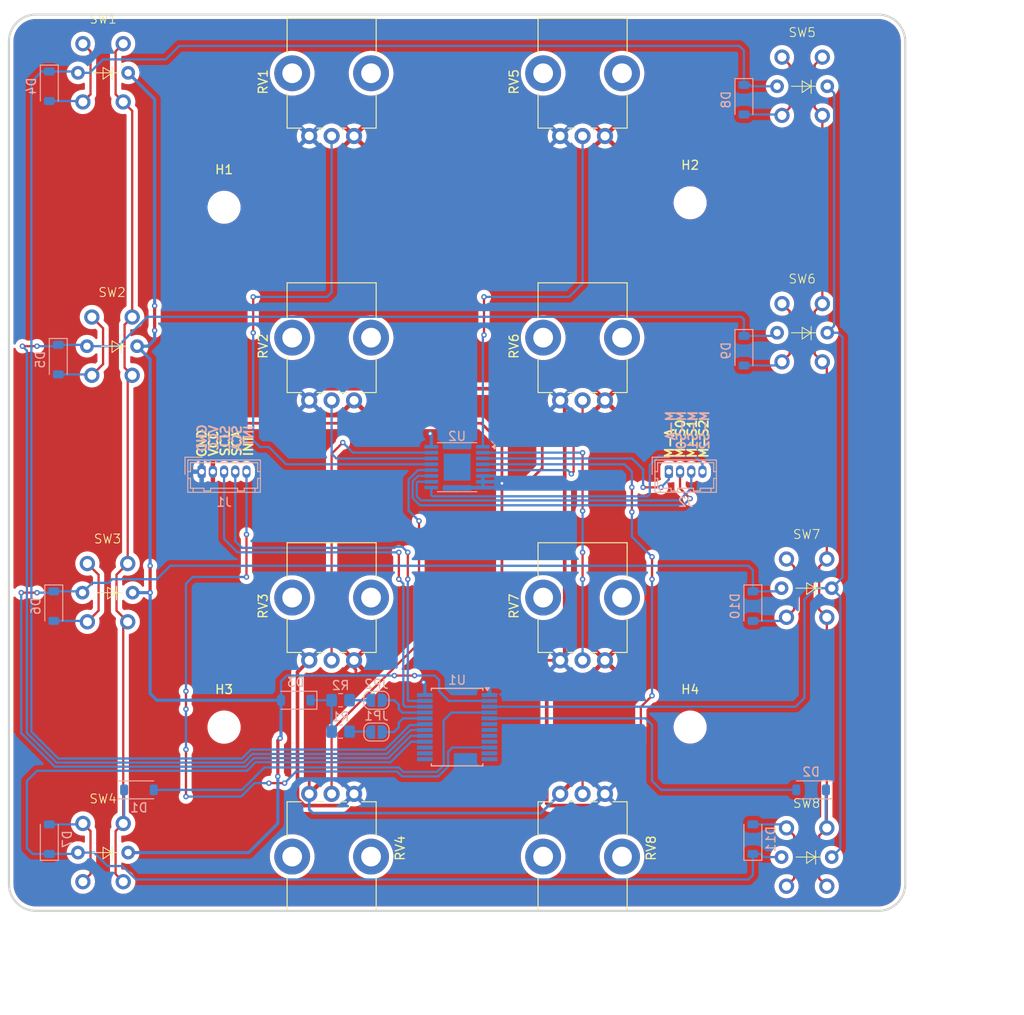
<source format=kicad_pcb>
(kicad_pcb (version 20240108) (generator "pcbnew") (generator_version "8.0")
  (layers (0 "F.Cu" signal) (31 "B.Cu" signal) (34 "B.Paste" user) (35 "F.Paste" user) (36 "B.SilkS" user "B.Silkscreen") (37 "F.SilkS" user "F.Silkscreen") (38 "B.Mask" user) (39 "F.Mask" user) (44 "Edge.Cuts" user))
  (net 0 "")
  (net 1 "/KS-1")
  (net 2 "/COM-2")
  (net 3 "/KS-2")
  (net 4 "/COM-3")
  (net 5 "/COM-0")
  (net 6 "Net-(D3-K)")
  (net 7 "Net-(D4-A)")
  (net 8 "/R2")
  (net 9 "/R3")
  (net 10 "Net-(D5-A)")
  (net 11 "/R4")
  (net 12 "Net-(D6-A)")
  (net 13 "/R5")
  (net 14 "Net-(D7-A)")
  (net 15 "Net-(D8-A)")
  (net 16 "Net-(D9-A)")
  (net 17 "Net-(D10-A)")
  (net 18 "Net-(D11-A)")
  (net 19 "/SCL")
  (net 20 "/SCA")
  (net 21 "/INT")
  (net 22 "VCC")
  (net 23 "GND")
  (net 24 "/MP-S2")
  (net 25 "/MP-S1")
  (net 26 "/MP-A")
  (net 27 "/MP-S0")
  (net 28 "Net-(JP1-B)")
  (net 29 "/R1")
  (net 30 "/R0")
  (net 31 "Net-(JP2-B)")
  (net 32 "/POT1")
  (net 33 "/POT2")
  (net 34 "/POT3")
  (net 35 "/POT4")
  (net 36 "/POT5")
  (net 37 "/POT6")
  (net 38 "/POT7")
  (net 39 "/POT8")
  (net 40 "/COM-1")
  (footprint "led-sw:led switch" (layer "F.Cu") (at 46.5 129)
    (property "Reference" "SW4")
    (property "Value" "FX-SW4")
  )
  (footprint "led-sw:Potentiometer_Bourns_PTV09A-1_Single_Vertical" (layer "F.Cu") (at 102.5 49.05 90)
    (property "Reference" "RV5")
    (property "Value" "R_Pot")
  )
  (footprint "led-sw:led switch" (layer "F.Cu") (at 46.5 42)
    (property "Reference" "SW1")
    (property "Value" "FX-SW1")
  )
  (footprint "led-sw:led switch" (layer "F.Cu") (at 47 100)
    (property "Reference" "SW3")
    (property "Value" "FX-SW3")
  )
  (footprint "MountingHole:MountingHole_3.2mm_M3" (layer "F.Cu") (at 60 57)
    (property "Reference" "H1")
    (property "Value" "MountingHole_M3")
  )
  (footprint "led-sw:Potentiometer_Bourns_PTV09A-1_Single_Vertical" (layer "F.Cu") (at 74.5 78.55 90)
    (property "Reference" "RV2")
    (property "Value" "R_Pot")
  )
  (footprint "led-sw:Potentiometer_Bourns_PTV09A-1_Single_Vertical" (layer "F.Cu") (at 102.5 78.55 90)
    (property "Reference" "RV6")
    (property "Value" "R_Pot")
  )
  (footprint "led-sw:led switch" (layer "F.Cu") (at 47.5 72.5)
    (property "Reference" "SW2")
    (property "Value" "FX-SW2")
  )
  (footprint "MountingHole:MountingHole_3.2mm_M3" (layer "F.Cu") (at 112 56.5)
    (property "Reference" "H2")
    (property "Value" "MountingHole_M3")
  )
  (footprint "led-sw:Potentiometer_Bourns_PTV09A-1_Single_Vertical" (layer "F.Cu") (at 102.5 107.55 90)
    (property "Reference" "RV7")
    (property "Value" "R_Pot")
  )
  (footprint "MountingHole:MountingHole_3.2mm_M3" (layer "F.Cu") (at 112 115)
    (property "Reference" "H4")
    (property "Value" "MountingHole_M3")
  )
  (footprint "led-sw:led switch" (layer "F.Cu") (at 125 99.5)
    (property "Reference" "SW7")
    (property "Value" "FX-SW7")
  )
  (footprint "led-sw:led switch" (layer "F.Cu") (at 124.5 43.5)
    (property "Reference" "SW5")
    (property "Value" "FX-SW5")
  )
  (footprint "led-sw:led switch" (layer "F.Cu") (at 124.5 71)
    (property "Reference" "SW6")
    (property "Value" "FX-SW6")
  )
  (footprint "led-sw:Potentiometer_Bourns_PTV09A-1_Single_Vertical" (layer "F.Cu") (at 97.5 122.45 -90)
    (property "Reference" "RV8")
    (property "Value" "R_Pot")
  )
  (footprint "led-sw:Potentiometer_Bourns_PTV09A-1_Single_Vertical" (layer "F.Cu") (at 69.5 122.45 -90)
    (property "Reference" "RV4")
    (property "Value" "R_Pot")
  )
  (footprint "led-sw:Potentiometer_Bourns_PTV09A-1_Single_Vertical" (layer "F.Cu") (at 74.5 49.05 90)
    (property "Reference" "RV1")
    (property "Value" "R_Pot")
  )
  (footprint "led-sw:Potentiometer_Bourns_PTV09A-1_Single_Vertical" (layer "F.Cu") (at 74.5 107.55 90)
    (property "Reference" "RV3")
    (property "Value" "R_Pot")
  )
  (footprint "MountingHole:MountingHole_3.2mm_M3" (layer "F.Cu") (at 60 115)
    (property "Reference" "H3")
    (property "Value" "MountingHole_M3")
  )
  (footprint "led-sw:led switch" (layer "F.Cu") (at 125 129.5)
    (property "Reference" "SW8")
    (property "Value" "FX-SW8")
  )
  (footprint "Diode_SMD:D_SOD-123" (layer "B.Cu") (at 41.5 74 -90)
    (property "Reference" "D5")
    (property "Value" "1N4148")
  )
  (footprint "Diode_SMD:D_SOD-123" (layer "B.Cu") (at 40.5 127.5 90)
    (property "Reference" "D7")
    (property "Value" "1N4148")
  )
  (footprint "Diode_SMD:D_SOD-123" (layer "B.Cu") (at 119 101.5 -90)
    (property "Reference" "D10")
    (property "Value" "1N4148")
  )
  (footprint "Connector_Hirose:Hirose_DF13-05P-1.25DSA_1x05_P1.25mm_Vertical" (layer "B.Cu") (at 57.5 86.5)
    (property "Reference" "J1")
    (property "Value" "Conn_I2c")
  )
  (footprint "Jumper:SolderJumper-2_P1.3mm_Open_RoundedPad1.0x1.5mm" (layer "B.Cu") (at 77 112 180)
    (property "Reference" "JP2")
    (property "Value" "A1")
  )
  (footprint "Resistor_SMD:R_0805_2012Metric_Pad1.20x1.40mm_HandSolder" (layer "B.Cu") (at 73 112 180)
    (property "Reference" "R2")
    (property "Value" "47K")
  )
  (footprint "Diode_SMD:D_SOD-123" (layer "B.Cu") (at 125.5 122 180)
    (property "Reference" "D2")
    (property "Value" "1N4148")
  )
  (footprint "Resistor_SMD:R_0805_2012Metric_Pad1.20x1.40mm_HandSolder" (layer "B.Cu") (at 73 115.5 180)
    (property "Reference" "R1")
    (property "Value" "47K")
  )
  (footprint "Diode_SMD:D_SOD-123" (layer "B.Cu") (at 68 112 180)
    (property "Reference" "D3")
    (property "Value" "1N4148")
  )
  (footprint "Connector_Hirose:Hirose_DF13-04P-1.25DSA_1x04_P1.25mm_Vertical" (layer "B.Cu") (at 109.625 86.5)
    (property "Reference" "J2")
    (property "Value" "Conn_MP")
  )
  (footprint "Jumper:SolderJumper-2_P1.3mm_Open_RoundedPad1.0x1.5mm" (layer "B.Cu") (at 77 115.55 180)
    (property "Reference" "JP1")
    (property "Value" "A0")
  )
  (footprint "Diode_SMD:D_SOD-123" (layer "B.Cu") (at 50.5 122)
    (property "Reference" "D1")
    (property "Value" "1N4148")
  )
  (footprint "Diode_SMD:D_SOD-123" (layer "B.Cu") (at 41 101.5 -90)
    (property "Reference" "D6")
    (property "Value" "1N4148")
  )
  (footprint "Diode_SMD:D_SOD-123" (layer "B.Cu") (at 40.5 43.5 -90)
    (property "Reference" "D4")
    (property "Value" "1N4148")
  )
  (footprint "Package_SO:SSOP-24_5.3x8.2mm_P0.65mm" (layer "B.Cu") (at 86 115 180)
    (property "Reference" "U1")
    (property "Value" "HT16K33 24SOP")
  )
  (footprint "Diode_SMD:D_SOD-123" (layer "B.Cu") (at 119 127.5 90)
    (property "Reference" "D11")
    (property "Value" "1N4148")
  )
  (footprint "Diode_SMD:D_SOD-123" (layer "B.Cu") (at 118 73 -90)
    (property "Reference" "D9")
    (property "Value" "1N4148")
  )
  (footprint "Package_SO:TSSOP-16-1EP_4.4x5mm_P0.65mm_EP3x3mm" (layer "B.Cu") (at 86 86 180)
    (property "Reference" "U2")
    (property "Value" "74HC4051")
  )
  (footprint "Diode_SMD:D_SOD-123" (layer "B.Cu") (at 118 45 -90)
    (property "Reference" "D8")
    (property "Value" "1N4148")
  )
  (gr_arc (start 36.000001 38.5) (mid 36.878681 36.37868) (end 39.000001 35.5) (stroke (width 0.25)) (layer "Edge.Cuts"))
  (gr_arc (start 39.000001 135.5) (mid 36.878681 134.62132) (end 36.000001 132.5) (stroke (width 0.25)) (layer "Edge.Cuts"))
  (gr_line (start 133.000001 35.5) (end 39.000001 35.5) (stroke (width 0.25)) (layer "Edge.Cuts"))
  (gr_line (start 39.000001 135.5) (end 133.000001 135.5) (stroke (width 0.25)) (layer "Edge.Cuts"))
  (gr_line (start 136.000001 132.5) (end 136.000001 38.5) (stroke (width 0.25)) (layer "Edge.Cuts"))
  (gr_arc (start 133.000001 35.5) (mid 135.121321 36.37868) (end 136.000001 38.5) (stroke (width 0.25)) (layer "Edge.Cuts"))
  (gr_line (start 36.000001 38.5) (end 36.000001 132.5) (stroke (width 0.25)) (layer "Edge.Cuts"))
  (gr_arc (start 136.000001 132.5) (mid 135.121321 134.62132) (end 133.000001 135.5) (stroke (width 0.25)) (layer "Edge.Cuts"))
  (gr_text "VCC" (at 59.428 81.2 90) (layer "B.SilkS") (effects (font (size 1 1) (thickness 0.2) (bold yes)) (justify left bottom mirror)))
  (gr_text "M-S2" (at 114.2 79.6 90) (layer "B.SilkS") (effects (font (size 1 1) (thickness 0.2) (bold yes)) (justify left bottom mirror)))
  (gr_text "M-S1" (at 112.9 79.6 90) (layer "B.SilkS") (effects (font (size 1 1) (thickness 0.2) (bold yes)) (justify left bottom mirror)))
  (gr_text "M-S0" (at 111.6 79.6 90) (layer "B.SilkS") (effects (font (size 1 1) (thickness 0.2) (bold yes)) (justify left bottom mirror)))
  (gr_text "SCL" (at 60.728 81.2 90) (layer "B.SilkS") (effects (font (size 1 1) (thickness 0.2) (bold yes)) (justify left bottom mirror)))
  (gr_text "SCA" (at 62.028 81.2 90) (layer "B.SilkS") (effects (font (size 1 1) (thickness 0.2) (bold yes)) (justify left bottom mirror)))
  (gr_text "INT" (at 63.328 81.2 90) (layer "B.SilkS") (effects (font (size 1 1) (thickness 0.2) (bold yes)) (justify left bottom mirror)))
  (gr_text "GND" (at 58.128 81.1 90) (layer "B.SilkS") (effects (font (size 1 1) (thickness 0.2) (bold yes)) (justify left bottom mirror)))
  (gr_text "M-A" (at 110.4 79.6 90) (layer "B.SilkS") (effects (font (size 1 1) (thickness 0.2) (bold yes)) (justify left bottom mirror)))
  (gr_text "INT" (at 63.3 84.9 90) (layer "F.SilkS") (effects (font (size 1 1) (thickness 0.2) (bold yes)) (justify left bottom)))
  (gr_text "VCC" (at 59.4 84.9 90) (layer "F.SilkS") (effects (font (size 1 1) (thickness 0.2) (bold yes)) (justify left bottom)))
  (gr_text "M-A" (at 110.3 85.1 90) (layer "F.SilkS") (effects (font (size 1 1) (thickness 0.2) (bold yes)) (justify left bottom)))
  (gr_text "M-S2" (at 114.1 85.1 90) (layer "F.SilkS") (effects (font (size 1 1) (thickness 0.2) (bold yes)) (justify left bottom)))
  (gr_text "SCA" (at 62 84.9 90) (layer "F.SilkS") (effects (font (size 1 1) (thickness 0.2) (bold yes)) (justify left bottom)))
  (gr_text "M-S1" (at 112.8 85.1 90) (layer "F.SilkS") (effects (font (size 1 1) (thickness 0.2) (bold yes)) (justify left bottom)))
  (gr_text "SCL" (at 60.7 84.9 90) (layer "F.SilkS") (effects (font (size 1 1) (thickness 0.2) (bold yes)) (justify left bottom)))
  (gr_text "M-S0" (at 111.5 85.1 90) (layer "F.SilkS") (effects (font (size 1 1) (thickness 0.2) (bold yes)) (justify left bottom)))
  (gr_text "GND" (at 58.1 85 90) (layer "F.SilkS") (effects (font (size 1 1) (thickness 0.2) (bold yes)) (justify left bottom)))
  (segment (start 48 98) (end 49.25 96.75) (width 0.254) (layer "F.Cu") (net 1))
  (segment (start 48.75 103.75) (end 49.25 103.25) (width 0.254) (layer "F.Cu") (net 1))
  (segment (start 47.9 44.4) (end 48.75 45.25) (width 0.254) (layer "F.Cu") (net 1))
  (segment (start 47.9 39.6) (end 47.9 44.4) (width 0.254) (layer "F.Cu") (net 1))
  (segment (start 48.9 74.9) (end 49.75 75.75) (width 0.254) (layer "F.Cu") (net 1))
  (segment (start 48.9 70.1) (end 48.9 74.9) (width 0.254) (layer "F.Cu") (net 1))
  (segment (start 49.75 69.25) (end 48.9 70.1) (width 0.254) (layer "F.Cu") (net 1))
  (segment (start 47.9 131.4) (end 47.9 126.6) (width 0.254) (layer "F.Cu") (net 1))
  (segment (start 49.75 69.25) (end 49.75 46.25) (width 0.254) (layer "F.Cu") (net 1))
  (segment (start 48.75 132.25) (end 47.9 131.4) (width 0.254) (layer "F.Cu") (net 1))
  (segment (start 48 102) (end 48 98) (width 0.254) (layer "F.Cu") (net 1))
  (segment (start 48.75 38.75) (end 47.9 39.6) (width 0.254) (layer "F.Cu") (net 1))
  (segment (start 47.9 126.6) (end 48.75 125.75) (width 0.254) (layer "F.Cu") (net 1))
  (segment (start 49.25 76.25) (end 49.75 75.75) (width 0.254) (layer "F.Cu") (net 1))
  (segment (start 49.75 46.25) (end 48.75 45.25) (width 0.254) (layer "F.Cu") (net 1))
  (segment (start 49.25 103.25) (end 48 102) (width 0.254) (layer "F.Cu") (net 1))
  (segment (start 49.25 96.75) (end 49.25 76.25) (width 0.254) (layer "F.Cu") (net 1))
  (segment (start 48.75 125.75) (end 48.75 103.75) (width 0.254) (layer "F.Cu") (net 1))
  (segment (start 48.85 122) (end 48.85 125.65) (width 0.254) (layer "B.Cu") (net 1))
  (segment (start 48.85 125.65) (end 48.75 125.75) (width 0.254) (layer "B.Cu") (net 1))
  (segment (start 79.5 119.5) (end 80 120) (width 0.254) (layer "B.Cu") (net 2))
  (segment (start 62 122) (end 64.5 119.5) (width 0.254) (layer "B.Cu") (net 2))
  (segment (start 85.375 113.375) (end 89.6 113.375) (width 0.254) (layer "B.Cu") (net 2))
  (segment (start 84.5 114.25) (end 85.375 113.375) (width 0.254) (layer "B.Cu") (net 2))
  (segment (start 64.5 119.5) (end 79.5 119.5) (width 0.254) (layer "B.Cu") (net 2))
  (segment (start 84.5 119.25) (end 84.5 114.25) (width 0.254) (layer "B.Cu") (net 2))
  (segment (start 52.15 122) (end 62 122) (width 0.254) (layer "B.Cu") (net 2))
  (segment (start 80 120) (end 83.75 120) (width 0.254) (layer "B.Cu") (net 2))
  (segment (start 83.75 120) (end 84.5 119.25) (width 0.254) (layer "B.Cu") (net 2))
  (segment (start 127.25 96.25) (end 127.25 74.75) (width 0.254) (layer "F.Cu") (net 3))
  (segment (start 126.4 97.1) (end 126.4 101.9) (width 0.254) (layer "F.Cu") (net 3))
  (segment (start 126.75 46.75) (end 125.9 45.9) (width 0.254) (layer "F.Cu") (net 3))
  (segment (start 126.4 127.1) (end 126.4 131.9) (width 0.254) (layer "F.Cu") (net 3))
  (segment (start 126.4 131.9) (end 127.25 132.75) (width 0.254) (layer "F.Cu") (net 3))
  (segment (start 127.25 96.25) (end 126.4 97.1) (width 0.254) (layer "F.Cu") (net 3))
  (segment (start 127.25 126.25) (end 127.25 102.75) (width 0.254) (layer "F.Cu") (net 3))
  (segment (start 125.9 68.6) (end 125.9 73.4) (width 0.254) (layer "F.Cu") (net 3))
  (segment (start 125.9 41.1) (end 126.75 40.25) (width 0.254) (layer "F.Cu") (net 3))
  (segment (start 126.75 67.75) (end 126.75 46.75) (width 0.254) (layer "F.Cu") (net 3))
  (segment (start 127.25 126.25) (end 126.4 127.1) (width 0.254) (layer "F.Cu") (net 3))
  (segment (start 127.25 74.75) (end 126.75 74.25) (width 0.254) (layer "F.Cu") (net 3))
  (segment (start 126.4 101.9) (end 127.25 102.75) (width 0.254) (layer "F.Cu") (net 3))
  (segment (start 125.9 73.4) (end 126.75 74.25) (width 0.254) (layer "F.Cu") (net 3))
  (segment (start 125.9 45.9) (end 125.9 41.1) (width 0.254) (layer "F.Cu") (net 3))
  (segment (start 126.75 67.75) (end 125.9 68.6) (width 0.254) (layer "F.Cu") (net 3))
  (segment (start 127.15 122) (end 127.15 126.15) (width 0.3048) (layer "B.Cu") (net 3))
  (segment (start 127.15 126.15) (end 127.25 126.25) (width 0.3048) (layer "B.Cu") (net 3))
  (segment (start 107.025 114.025) (end 107.75 114.75) (width 0.254) (layer "B.Cu") (net 4))
  (segment (start 107.75 121) (end 108.75 122) (width 0.254) (layer "B.Cu") (net 4))
  (segment (start 107.75 114.75) (end 107.75 121) (width 0.254) (layer "B.Cu") (net 4))
  (segment (start 108.75 122) (end 123.85 122) (width 0.254) (layer "B.Cu") (net 4))
  (segment (start 89.6 114.025) (end 107.025 114.025) (width 0.254) (layer "B.Cu") (net 4))
  (segment (start 66 116.5) (end 66.25 116.25) (width 0.3556) (layer "F.Cu") (net 5))
  (segment (start 52.25 68) (end 52.25 70.75) (width 0.3556) (layer "F.Cu") (net 5))
  (segment (start 51.75 97) (end 51.75 100) (width 0.3556) (layer "F.Cu") (net 5))
  (segment (start 81.25 109.25) (end 79 109.25) (width 0.254) (layer "F.Cu") (net 5))
  (segment (start 66 120.5) (end 66 116.5) (width 0.3556) (layer "F.Cu") (net 5))
  (via (at 51.75 100) (size 0.6) (drill 0.3) (layers "F.Cu" "B.Cu") (net 5))
  (via (at 52.25 68) (size 0.6) (drill 0.3) (layers "F.Cu" "B.Cu") (net 5))
  (via (at 51.75 97) (size 0.6) (drill 0.3) (layers "F.Cu" "B.Cu") (net 5))
  (via (at 66 120.5) (size 0.6) (drill 0.3) (layers "F.Cu" "B.Cu") (net 5))
  (via (at 81.25 109.25) (size 0.6) (drill 0.3) (layers "F.Cu" "B.Cu") (net 5))
  (via (at 66.25 116.25) (size 0.6) (drill 0.3) (layers "F.Cu" "B.Cu") (net 5))
  (via (at 52.25 70.75) (size 0.6) (drill 0.3) (layers "F.Cu" "B.Cu") (net 5))
  (via (at 79 109.25) (size 0.6) (drill 0.3) (layers "F.Cu" "B.Cu") (net 5))
  (segment (start 89.6 112.075) (end 85.075 112.075) (width 0.254) (layer "B.Cu") (net 5))
  (segment (start 52.25 44.95) (end 52.25 68) (width 0.3556) (layer "B.Cu") (net 5))
  (segment (start 85.075 112.075) (end 84.25 111.25) (width 0.254) (layer "B.Cu") (net 5))
  (segment (start 51.75 100) (end 49.8 100) (width 0.3556) (layer "B.Cu") (net 5))
  (segment (start 67 109.25) (end 66.35 109.9) (width 0.254) (layer "B.Cu") (net 5))
  (segment (start 52.25 71.75) (end 51.5 72.5) (width 0.3556) (layer "B.Cu") (net 5))
  (segment (start 79 109.25) (end 67 109.25) (width 0.254) (layer "B.Cu") (net 5))
  (segment (start 49.3 129) (end 62.75 129) (width 0.3556) (layer "B.Cu") (net 5))
  (segment (start 66.35 116.15) (end 66.35 112) (width 0.3556) (layer "B.Cu") (net 5))
  (segment (start 66.25 116.25) (end 66.35 116.15) (width 0.3556) (layer "B.Cu") (net 5))
  (segment (start 62.75 129) (end 66 125.75) (width 0.3556) (layer "B.Cu") (net 5))
  (segment (start 50.3 72.5) (end 51.75 73.95) (width 0.3556) (layer "B.Cu") (net 5))
  (segment (start 51.75 111.25) (end 52.5 112) (width 0.3556) (layer "B.Cu") (net 5))
  (segment (start 52.25 70.75) (end 52.25 71.75) (width 0.3556) (layer "B.Cu") (net 5))
  (segment (start 51.75 73.95) (end 51.75 97) (width 0.3556) (layer "B.Cu") (net 5))
  (segment (start 66.35 109.9) (end 66.35 112) (width 0.254) (layer "B.Cu") (net 5))
  (segment (start 84 111) (end 84 109.75) (width 0.254) (layer "B.Cu") (net 5))
  (segment (start 66 125.75) (end 66 120.5) (width 0.3556) (layer "B.Cu") (net 5))
  (segment (start 51.5 72.5) (end 50.3 72.5) (width 0.3556) (layer "B.Cu") (net 5))
  (segment (start 66.35 112) (end 52.5 112) (width 0.3556) (layer "B.Cu") (net 5))
  (segment (start 51.75 100) (end 51.75 111.25) (width 0.3556) (layer "B.Cu") (net 5))
  (segment (start 84 109.75) (end 83.5 109.25) (width 0.254) (layer "B.Cu") (net 5))
  (segment (start 84.25 111.25) (end 84 111) (width 0.254) (layer "B.Cu") (net 5))
  (segment (start 83.5 109.25) (end 81.25 109.25) (width 0.254) (layer "B.Cu") (net 5))
  (segment (start 49.3 42) (end 52.25 44.95) (width 0.3556) (layer "B.Cu") (net 5))
  (segment (start 69.65 112) (end 72 112) (width 0.254) (layer "B.Cu") (net 6))
  (segment (start 72 112) (end 72 115.5) (width 0.254) (layer "B.Cu") (net 6))
  (segment (start 44.25 38.75) (end 45.1 39.6) (width 0.254) (layer "F.Cu") (net 7))
  (segment (start 45.1 44.4) (end 44.25 45.25) (width 0.254) (layer "F.Cu") (net 7))
  (segment (start 45.1 39.6) (end 45.1 44.4) (width 0.254) (layer "F.Cu") (net 7))
  (segment (start 44.15 45.15) (end 44.25 45.25) (width 0.254) (layer "B.Cu") (net 7))
  (segment (start 40.5 45.15) (end 44.15 45.15) (width 0.254) (layer "B.Cu") (net 7))
  (segment (start 39.65 41.85) (end 40.5 41.85) (width 0.254) (layer "B.Cu") (net 8))
  (segment (start 118 39.5) (end 118 43.35) (width 0.254) (layer "B.Cu") (net 8))
  (segment (start 62 118.5) (end 41.5 118.5) (width 0.254) (layer "B.Cu") (net 8))
  (segment (start 43.55 41.85) (end 43.7 42) (width 0.254) (layer "B.Cu") (net 8))
  (segment (start 118.65 43.35) (end 118.8 43.5) (width 0.254) (layer "B.Cu") (net 8))
  (segment (start 45 42) (end 46.5 40.5) (width 0.254) (layer "B.Cu") (net 8))
  (segment (start 46.5 40.5) (end 53.5 40.5) (width 0.254) (layer "B.Cu") (net 8))
  (segment (start 117.5 39) (end 118 39.5) (width 0.254) (layer "B.Cu") (net 8))
  (segment (start 38.5 43) (end 39.65 41.85) (width 0.254) (layer "B.Cu") (net 8))
  (segment (start 38.5 115.5) (end 38.5 43) (width 0.254) (layer "B.Cu") (net 8))
  (segment (start 78 117.5) (end 63 117.5) (width 0.254) (layer "B.Cu") (net 8))
  (segment (start 118.8 43.5) (end 121.7 43.5) (width 0.254) (layer "B.Cu") (net 8))
  (segment (start 118 43.35) (end 118.65 43.35) (width 0.254) (layer "B.Cu") (net 8))
  (segment (start 41.5 118.5) (end 38.5 115.5) (width 0.254) (layer "B.Cu") (net 8))
  (segment (start 63 117.5) (end 62 118.5) (width 0.254) (layer "B.Cu") (net 8))
  (segment (start 55 39) (end 117.5 39) (width 0.254) (layer "B.Cu") (net 8))
  (segment (start 82.3052 114.7698) (end 80.7302 114.7698) (width 0.254) (layer "B.Cu") (net 8))
  (segment (start 40.5 41.85) (end 43.55 41.85) (width 0.254) (layer "B.Cu") (net 8))
  (segment (start 43.7 42) (end 45 42) (width 0.254) (layer "B.Cu") (net 8))
  (segment (start 80.7302 114.7698) (end 78 117.5) (width 0.254) (layer "B.Cu") (net 8))
  (segment (start 53.5 40.5) (end 55 39) (width 0.254) (layer "B.Cu") (net 8))
  (segment (start 82.4 114.675) (end 82.3052 114.7698) (width 0.254) (layer "B.Cu") (net 8))
  (segment (start 37.5 72.5) (end 39.1302 72.5) (width 0.254) (layer "F.Cu") (net 9))
  (via (at 39.1302 72.5) (size 0.6) (drill 0.3) (layers "F.Cu" "B.Cu") (net 9))
  (via (at 37.5 72.5) (size 0.6) (drill 0.3) (layers "F.Cu" "B.Cu") (net 9))
  (segment (start 41.5 72.35) (end 44.55 72.35) (width 0.254) (layer "B.Cu") (net 9))
  (segment (start 38 114.5) (end 38 115.646578) (width 0.254) (layer "B.Cu") (net 9))
  (segment (start 38 115.646578) (end 41.310621 118.957199) (width 0.254) (layer "B.Cu") (net 9))
  (segment (start 41.310621 118.957199) (end 62.189379 118.957199) (width 0.254) (layer "B.Cu") (net 9))
  (segment (start 80.821578 115.325) (end 82.4 115.325) (width 0.254) (layer "B.Cu") (net 9))
  (segment (start 121.35 71.35) (end 121.7 71) (width 0.254) (layer "B.Cu") (net 9))
  (segment (start 39.1302 72.5) (end 41.35 72.5) (width 0.254) (layer "B.Cu") (net 9))
  (segment (start 117.7198 69.2198) (end 118 69.5) (width 0.254) (layer "B.Cu") (net 9))
  (segment (start 38 114.5) (end 38 73) (width 0.254) (layer "B.Cu") (net 9))
  (segment (start 78.146578 118) (end 80.821578 115.325) (width 0.254) (layer "B.Cu") (net 9))
  (segment (start 48.169055 72.5) (end 51.449255 69.2198) (width 0.254) (layer "B.Cu") (net 9))
  (segment (start 41.35 72.5) (end 41.5 72.35) (width 0.254) (layer "B.Cu") (net 9))
  (segment (start 44.7 72.5) (end 48.169055 72.5) (width 0.254) (layer "B.Cu") (net 9))
  (segment (start 44.55 72.35) (end 44.7 72.5) (width 0.254) (layer "B.Cu") (net 9))
  (segment (start 62.189379 118.957199) (end 63.146578 118) (width 0.254) (layer "B.Cu") (net 9))
  (segment (start 63.146578 118) (end 78.146578 118) (width 0.254) (layer "B.Cu") (net 9))
  (segment (start 118 69.5) (end 118 71.35) (width 0.254) (layer "B.Cu") (net 9))
  (segment (start 38 73) (end 37.5 72.5) (width 0.254) (layer "B.Cu") (net 9))
  (segment (start 51.449255 69.2198) (end 117.7198 69.2198) (width 0.254) (layer "B.Cu") (net 9))
  (segment (start 118 71.35) (end 121.35 71.35) (width 0.254) (layer "B.Cu") (net 9))
  (segment (start 45.25 75.75) (end 46.5 74.5) (width 0.254) (layer "F.Cu") (net 10))
  (segment (start 46.5 74.5) (end 46.5 70.5) (width 0.254) (layer "F.Cu") (net 10))
  (segment (start 46.5 70.5) (end 45.25 69.25) (width 0.254) (layer "F.Cu") (net 10))
  (segment (start 41.5 75.65) (end 45.15 75.65) (width 0.254) (layer "B.Cu") (net 10))
  (segment (start 45.15 75.65) (end 45.25 75.75) (width 0.254) (layer "B.Cu") (net 10))
  (segment (start 37.3698 100) (end 39.1302 100) (width 0.254) (layer "F.Cu") (net 11))
  (via (at 39.1302 100) (size 0.6) (drill 0.3) (layers "F.Cu" "B.Cu") (net 11))
  (via (at 37.3698 100) (size 0.6) (drill 0.3) (layers "F.Cu" "B.Cu") (net 11))
  (segment (start 52.5 98.5) (end 54 97) (width 0.254) (layer "B.Cu") (net 11))
  (segment (start 47.5 98.5) (end 52.5 98.5) (width 0.254) (layer "B.Cu") (net 11))
  (segment (start 118.5 97) (end 119 97.5) (width 0.254) (layer "B.Cu") (net 11))
  (segment (start 62.378757 119.414399) (end 61 119.414399) (width 0.254) (layer "B.Cu") (net 11))
  (segment (start 63.5 118.4572) (end 63.335956 118.4572) (width 0.254) (layer "B.Cu") (net 11))
  (segment (start 39.1302 100) (end 40.85 100) (width 0.254) (layer "B.Cu") (net 11))
  (segment (start 121.85 99.85) (end 122.2 99.5) (width 0.254) (layer "B.Cu") (net 11))
  (segment (start 65.5 118.4572) (end 63.5 118.4572) (width 0.254) (layer "B.Cu") (net 11))
  (segment (start 44.05 99.85) (end 44.2 100) (width 0.254) (layer "B.Cu") (net 11))
  (segment (start 119 99.85) (end 121.85 99.85) (width 0.254) (layer "B.Cu") (net 11))
  (segment (start 37.3698 115.662956) (end 37.3698 100) (width 0.254) (layer "B.Cu") (net 11))
  (segment (start 47.0922 98.9078) (end 47.5 98.5) (width 0.254) (layer "B.Cu") (net 11))
  (segment (start 44.2 100) (end 45.2922 98.9078) (width 0.254) (layer "B.Cu") (net 11))
  (segment (start 41 99.85) (end 44.05 99.85) (width 0.254) (layer "B.Cu") (net 11))
  (segment (start 82.4 115.975) (end 80.818156 115.975) (width 0.254) (layer "B.Cu") (net 11))
  (segment (start 45.2922 98.9078) (end 47.0922 98.9078) (width 0.254) (layer "B.Cu") (net 11))
  (segment (start 78.335956 118.4572) (end 65.5 118.4572) (width 0.254) (layer "B.Cu") (net 11))
  (segment (start 63.146578 118.646578) (end 62.378757 119.414399) (width 0.254) (layer "B.Cu") (net 11))
  (segment (start 54 97) (end 118.5 97) (width 0.254) (layer "B.Cu") (net 11))
  (segment (start 40.85 100) (end 41 99.85) (width 0.254) (layer "B.Cu") (net 11))
  (segment (start 61 119.414399) (end 41.121243 119.414399) (width 0.254) (layer "B.Cu") (net 11))
  (segment (start 41.121243 119.414399) (end 37.3698 115.662956) (width 0.254) (layer "B.Cu") (net 11))
  (segment (start 63.335956 118.4572) (end 63.146578 118.646578) (width 0.254) (layer "B.Cu") (net 11))
  (segment (start 80.818156 115.975) (end 79.146578 117.646578) (width 0.254) (layer "B.Cu") (net 11))
  (segment (start 119 97.5) (end 119 99.85) (width 0.254) (layer "B.Cu") (net 11))
  (segment (start 79.146578 117.646578) (end 78.335956 118.4572) (width 0.254) (layer "B.Cu") (net 11))
  (segment (start 46 102) (end 46 98) (width 0.254) (layer "F.Cu") (net 12))
  (segment (start 46 98) (end 44.75 96.75) (width 0.254) (layer "F.Cu") (net 12))
  (segment (start 44.75 103.25) (end 46 102) (width 0.254) (layer "F.Cu") (net 12))
  (segment (start 41 103.15) (end 44.65 103.15) (width 0.254) (layer "B.Cu") (net 12))
  (segment (start 44.65 103.15) (end 44.75 103.25) (width 0.254) (layer "B.Cu") (net 12))
  (segment (start 43.7 129) (end 45.5 129) (width 0.254) (layer "B.Cu") (net 13))
  (segment (start 48.669055 130.5) (end 50.169055 132) (width 0.254) (layer "B.Cu") (net 13))
  (segment (start 47 130.5) (end 48.669055 130.5) (width 0.254) (layer "B.Cu") (net 13))
  (segment (start 38 121) (end 38 128.5) (width 0.254) (layer "B.Cu") (net 13))
  (segment (start 119 131.5) (end 119 129.15) (width 0.254) (layer "B.Cu") (net 13))
  (segment (start 67.414399 118.914399) (end 63.525335 118.914399) (width 0.254) (layer "B.Cu") (net 13))
  (segment (start 80.875 116.625) (end 78.585601 118.914399) (width 0.254) (layer "B.Cu") (net 13))
  (segment (start 78.585601 118.914399) (end 78.525335 118.914399) (width 0.254) (layer "B.Cu") (net 13))
  (segment (start 119.85 129.15) (end 120.2 129.5) (width 0.254) (layer "B.Cu") (net 13))
  (segment (start 62.568135 119.871599) (end 39.128401 119.871599) (width 0.254) (layer "B.Cu") (net 13))
  (segment (start 120.2 129.5) (end 122.2 129.5) (width 0.254) (layer "B.Cu") (net 13))
  (segment (start 43.55 129.15) (end 43.7 129) (width 0.254) (layer "B.Cu") (net 13))
  (segment (start 63.525335 118.914399) (end 62.568135 119.871599) (width 0.254) (layer "B.Cu") (net 13))
  (segment (start 50.169055 132) (end 118.5 132) (width 0.254) (layer "B.Cu") (net 13))
  (segment (start 40.5 129.15) (end 43.55 129.15) (width 0.254) (layer "B.Cu") (net 13))
  (segment (start 82.4 116.625) (end 80.875 116.625) (width 0.254) (layer "B.Cu") (net 13))
  (segment (start 119 129.15) (end 119.85 129.15) (width 0.254) (layer "B.Cu") (net 13))
  (segment (start 38.65 129.15) (end 40.5 129.15) (width 0.254) (layer "B.Cu") (net 13))
  (segment (start 118.5 132) (end 119 131.5) (width 0.254) (layer "B.Cu") (net 13))
  (segment (start 45.5 129) (end 47 130.5) (width 0.254) (layer "B.Cu") (net 13))
  (segment (start 78.525334 118.9144) (end 67.414399 118.914399) (width 0.254) (layer "B.Cu") (net 13))
  (segment (start 38 128.5) (end 38.65 129.15) (width 0.254) (layer "B.Cu") (net 13))
  (segment (start 78.525335 118.914399) (end 78.525334 118.9144) (width 0.254) (layer "B.Cu") (net 13))
  (segment (start 39.128401 119.871599) (end 38 121) (width 0.254) (layer "B.Cu") (net 13))
  (segment (start 45.1 126.6) (end 45.1 131.4) (width 0.254) (layer "F.Cu") (net 14))
  (segment (start 44.25 125.75) (end 45.1 126.6) (width 0.254) (layer "F.Cu") (net 14))
  (segment (start 45.1 131.4) (end 44.25 132.25) (width 0.254) (layer "F.Cu") (net 14))
  (segment (start 40.5 125.85) (end 44.15 125.85) (width 0.254) (layer "B.Cu") (net 14))
  (segment (start 44.15 125.85) (end 44.25 125.75) (width 0.254) (layer "B.Cu") (net 14))
  (segment (start 122.25 46.75) (end 123.1 45.9) (width 0.254) (layer "F.Cu") (net 15))
  (segment (start 123.1 45.9) (end 123.1 41.1) (width 0.254) (layer "F.Cu") (net 15))
  (segment (start 123.1 41.1) (end 122.25 40.25) (width 0.254) (layer "F.Cu") (net 15))
  (segment (start 118 46.65) (end 122.15 46.65) (width 0.254) (layer "B.Cu") (net 15))
  (segment (start 122.15 46.65) (end 122.25 46.75) (width 0.254) (layer "B.Cu") (net 15))
  (segment (start 122.25 67.75) (end 123.1 68.6) (width 0.254) (layer "F.Cu") (net 16))
  (segment (start 123.1 68.6) (end 123.1 73.4) (width 0.254) (layer "F.Cu") (net 16))
  (segment (start 123.1 73.4) (end 122.25 74.25) (width 0.254) (layer "F.Cu") (net 16))
  (segment (start 118 74.65) (end 121.85 74.65) (width 0.254) (layer "B.Cu") (net 16))
  (segment (start 121.85 74.65) (end 122.25 74.25) (width 0.254) (layer "B.Cu") (net 16))
  (segment (start 123.6 97.1) (end 122.75 96.25) (width 0.254) (layer "F.Cu") (net 17))
  (segment (start 122.75 102.75) (end 123.6 101.9) (width 0.254) (layer "F.Cu") (net 17))
  (segment (start 123.6 101.9) (end 123.6 97.1) (width 0.254) (layer "F.Cu") (net 17))
  (segment (start 119 103.15) (end 122.35 103.15) (width 0.254) (layer "B.Cu") (net 17))
  (segment (start 122.35 103.15) (end 122.75 102.75) (width 0.254) (layer "B.Cu") (net 17))
  (segment (start 123.6 131.9) (end 123.6 127.1) (width 0.254) (layer "F.Cu") (net 18))
  (segment (start 123.6 127.1) (end 122.75 126.25) (width 0.254) (layer "F.Cu") (net 18))
  (segment (start 122.75 132.75) (end 123.6 131.9) (width 0.254) (layer "F.Cu") (net 18))
  (segment (start 119 125.85) (end 122.35 125.85) (width 0.254) (layer "B.Cu") (net 18))
  (segment (start 122.35 125.85) (end 122.75 126.25) (width 0.254) (layer "B.Cu") (net 18))
  (segment (start 79.5 98.5) (end 79.5 95.5) (width 0.254) (layer "F.Cu") (net 19))
  (via (at 79.5 95.5) (size 0.6) (drill 0.3) (layers "F.Cu" "B.Cu") (net 19))
  (via (at 79.5 98.5) (size 0.6) (drill 0.3) (layers "F.Cu" "B.Cu") (net 19))
  (segment (start 79.5 95.5) (end 61.5 95.5) (width 0.254) (layer "B.Cu") (net 19))
  (segment (start 61.5 95.5) (end 60 94) (width 0.254) (layer "B.Cu") (net 19))
  (segment (start 82.4 112.725) (end 80.225 112.725) (width 0.254) (layer "B.Cu") (net 19))
  (segment (start 80 99) (end 79.5 98.5) (width 0.254) (layer "B.Cu") (net 19))
  (segment (start 60 94) (end 60 86.5) (width 0.254) (layer "B.Cu") (net 19))
  (segment (start 80 112.5) (end 80 99) (width 0.254) (layer "B.Cu") (net 19))
  (segment (start 80.225 112.725) (end 80 112.5) (width 0.254) (layer "B.Cu") (net 19))
  (segment (start 80.5 98.5) (end 80.5 95.5) (width 0.254) (layer "F.Cu") (net 20))
  (via (at 80.5 95.5) (size 0.6) (drill 0.3) (layers "F.Cu" "B.Cu") (net 20))
  (via (at 80.5 98.5) (size 0.6) (drill 0.3) (layers "F.Cu" "B.Cu") (net 20))
  (segment (start 79 95) (end 62 95) (width 0.254) (layer "B.Cu") (net 20))
  (segment (start 61.25 94.25) (end 61.25 86.5) (width 0.254) (layer "B.Cu") (net 20))
  (segment (start 62 95) (end 61.25 94.25) (width 0.254) (layer "B.Cu") (net 20))
  (segment (start 80.5 95.5) (end 79.8698 94.8698) (width 0.254) (layer "B.Cu") (net 20))
  (segment (start 80.5 112) (end 80.5 98.5) (width 0.254) (layer "B.Cu") (net 20))
  (segment (start 79.8698 94.8698) (end 79.1302 94.8698) (width 0.254) (layer "B.Cu") (net 20))
  (segment (start 80.575 112.075) (end 80.5 112) (width 0.254) (layer "B.Cu") (net 20))
  (segment (start 79.1302 94.8698) (end 79 95) (width 0.254) (layer "B.Cu") (net 20))
  (segment (start 82.4 112.075) (end 80.575 112.075) (width 0.254) (layer "B.Cu") (net 20))
  (segment (start 55.75 122.75) (end 55.75 117.5) (width 0.254) (layer "F.Cu") (net 21))
  (segment (start 62.5 98.25) (end 62.5 93.5) (width 0.254) (layer "F.Cu") (net 21))
  (segment (start 66.75 121.25) (end 65 121.25) (width 0.254) (layer "F.Cu") (net 21))
  (segment (start 55.75 113) (end 55.75 111) (width 0.254) (layer "F.Cu") (net 21))
  (via (at 66.75 121.25) (size 0.6) (drill 0.3) (layers "F.Cu" "B.Cu") (net 21))
  (via (at 55.75 117.5) (size 0.6) (drill 0.3) (layers "F.Cu" "B.Cu") (net 21))
  (via (at 65 121.25) (size 0.6) (drill 0.3) (layers "F.Cu" "B.Cu") (net 21))
  (via (at 55.75 113) (size 0.6) (drill 0.3) (layers "F.Cu" "B.Cu") (net 21))
  (via (at 55.75 111) (size 0.6) (drill 0.3) (layers "F.Cu" "B.Cu") (net 21))
  (via (at 62.5 98.25) (size 0.6) (drill 0.3) (layers "F.Cu" "B.Cu") (net 21))
  (via (at 55.75 122.75) (size 0.6) (drill 0.3) (layers "F.Cu" "B.Cu") (net 21))
  (via (at 62.5 93.5) (size 0.6) (drill 0.3) (layers "F.Cu" "B.Cu") (net 21))
  (segment (start 63.396578 121.25) (end 63.073289 121.573289) (width 0.254) (layer "B.Cu") (net 21))
  (segment (start 83.896578 120.5) (end 81.25 120.5) (width 0.254) (layer "B.Cu") (net 21))
  (segment (start 79.310622 119.9572) (end 78.25 119.9572) (width 0.254) (layer "B.Cu") (net 21))
  (segment (start 68.0428 119.9572) (end 66.75 121.25) (width 0.254) (layer "B.Cu") (net 21))
  (segment (start 85 119.396578) (end 83.948289 120.448289) (width 0.254) (layer "B.Cu") (net 21))
  (segment (start 89.6 117.275) (end 85.475 117.275) (width 0.254) (layer "B.Cu") (net 21))
  (segment (start 55.75 99) (end 56.5 98.25) (width 0.254) (layer "B.Cu") (net 21))
  (segment (start 78.25 119.9572) (end 68.0428 119.9572) (width 0.254) (layer "B.Cu") (net 21))
  (segment (start 61.896578 122.75) (end 55.75 122.75) (width 0.254) (layer "B.Cu") (net 21))
  (segment (start 81.25 120.5) (end 79.853422 120.5) (width 0.254) (layer "B.Cu") (net 21))
  (segment (start 63.073289 121.573289) (end 61.896578 122.75) (width 0.254) (layer "B.Cu") (net 21))
  (segment (start 56.5 98.25) (end 62.5 98.25) (width 0.254) (layer "B.Cu") (net 21))
  (segment (start 62.5 93.5) (end 62.5 86.5) (width 0.254) (layer "B.Cu") (net 21))
  (segment (start 79.853422 120.5) (end 79.426711 120.073289) (width 0.254) (layer "B.Cu") (net 21))
  (segment (start 85 117.75) (end 85 119.396578) (width 0.254) (layer "B.Cu") (net 21))
  (segment (start 55.75 111) (end 55.75 99) (width 0.254) (layer "B.Cu") (net 21))
  (segment (start 85.475 117.275) (end 85 117.75) (width 0.254) (layer "B.Cu") (net 21))
  (segment (start 65 121.25) (end 63.396578 121.25) (width 0.254) (layer "B.Cu") (net 21))
  (segment (start 79.426711 120.073289) (end 79.310622 119.9572) (width 0.254) (layer "B.Cu") (net 21))
  (segment (start 83.948289 120.448289) (end 83.896578 120.5) (width 0.254) (layer "B.Cu") (net 21))
  (segment (start 55.75 117.5) (end 55.75 113) (width 0.254) (layer "B.Cu") (net 21))
  (segment (start 74.5 108.4) (end 74.5 107.55) (width 0.3048) (layer "F.Cu") (net 22))
  (segment (start 74.7 108.6) (end 74.5 108.4) (width 0.3048) (layer "F.Cu") (net 22))
  (segment (start 69.5 122.45) (end 69.5 114.2) (width 0.3048) (layer "F.Cu") (net 22))
  (segment (start 74.7 109) (end 74.7 108.6) (width 0.3048) (layer "F.Cu") (net 22))
  (segment (start 69.5 114.2) (end 74.7 109) (width 0.3048) (layer "F.Cu") (net 22))
  (via (at 82.25 110) (size 0.6) (drill 0.3) (layers "F.Cu" "B.Cu") (net 22))
  (via (at 83 82.25) (size 0.6) (drill 0.3) (layers "F.Cu" "B.Cu") (net 22))
  (segment (start 82.4 111.425) (end 82.4 110.15) (width 0.3556) (layer "B.Cu") (net 22))
  (segment (start 95.35 124.6) (end 69.9 124.6) (width 0.3048) (layer "B.Cu") (net 22))
  (segment (start 97.5 122.45) (end 95.35 124.6) (width 0.3048) (layer "B.Cu") (net 22))
  (segment (start 83.125 83.725) (end 83.125 82.375) (width 0.3556) (layer "B.Cu") (net 22))
  (segment (start 69.5 124.2) (end 69.5 122.45) (width 0.3048) (layer "B.Cu") (net 22))
  (segment (start 82.4 110.15) (end 82.25 110) (width 0.3556) (layer "B.Cu") (net 22))
  (segment (start 69.9 124.6) (end 69.5 124.2) (width 0.3048) (layer "B.Cu") (net 22))
  (segment (start 83.125 82.375) (end 83 82.25) (width 0.3556) (layer "B.Cu") (net 22))
  (segment (start 96.2564 123.7564) (end 96 123.5) (width 0.4064) (layer "F.Cu") (net 23))
  (segment (start 91 83.4) (end 88.7 81.1) (width 0.3048) (layer "F.Cu") (net 23))
  (segment (start 73.1936 123.7564) (end 68.958871 123.7564) (width 0.4064) (layer "F.Cu") (net 23))
  (segment (start 98.0064 79.0564) (end 97.5 78.55) (width 0.4064) (layer "F.Cu") (net 23))
  (segment (start 91 87.8) (end 91 106.5) (width 0.3048) (layer "F.Cu") (net 23))
  (segment (start 68.1936 108.8564) (end 69.5 107.55) (width 0.4064) (layer "F.Cu") (net 23))
  (segment (start 88.7 81.1) (end 58.3 81.1) (width 0.3048) (layer "F.Cu") (net 23))
  (segment (start 91 106.5) (end 92.05 107.55) (width 0.3048) (layer "F.Cu") (net 23))
  (segment (start 57.4 82) (end 57.5 82.1) (width 0.3048) (layer "F.Cu") (net 23))
  (segment (start 68.1936 122.991129) (end 68.1936 108.8564) (width 0.4064) (layer "F.Cu") (net 23))
  (segment (start 95.5 80.55) (end 97.5 78.55) (width 0.3048) (layer "F.Cu") (net 23))
  (segment (start 95.5 86.1) (end 95.5 80.55) (width 0.3048) (layer "F.Cu") (net 23))
  (segment (start 74.5 122.45) (end 73.1936 123.7564) (width 0.4064) (layer "F.Cu") (net 23))
  (segment (start 98.0064 107.0436) (end 98.0064 79.0564) (width 0.4064) (layer "F.Cu") (net 23))
  (segment (start 92.05 107.55) (end 97.5 107.55) (width 0.3048) (layer "F.Cu") (net 23))
  (segment (start 102.5 122.45) (end 101.1936 123.7564) (width 0.4064) (layer "F.Cu") (net 23))
  (segment (start 58.3 81.1) (end 57.4 82) (width 0.3048) (layer "F.Cu") (net 23))
  (segment (start 70.8064 77.2436) (end 96.1936 77.2436) (width 0.4064) (layer "F.Cu") (net 23))
  (segment (start 91 87.8) (end 93.8 87.8) (width 0.3048) (layer "F.Cu") (net 23))
  (segment (start 101.1936 123.7564) (end 96.2564 123.7564) (width 0.4064) (layer "F.Cu") (net 23))
  (segment (start 91 87.8) (end 91 83.4) (width 0.3048) (layer "F.Cu") (net 23))
  (segment (start 96 123.5) (end 96 109.05) (width 0.4064) (layer "F.Cu") (net 23))
  (segment (start 96.1936 77.2436) (end 97.5 78.55) (width 0.4064) (layer "F.Cu") (net 23))
  (segment (start 93.8 87.8) (end 95.5 86.1) (width 0.3048) (layer "F.Cu") (net 23))
  (segment (start 68.958871 123.7564) (end 68.1936 122.991129) (width 0.4064) (layer "F.Cu") (net 23))
  (segment (start 96 109.05) (end 97.5 107.55) (width 0.4064) (layer "F.Cu") (net 23))
  (segment (start 69.5 78.55) (end 70.8064 77.2436) (width 0.4064) (layer "F.Cu") (net 23))
  (segment (start 57.5 82.1) (end 57.5 86.5) (width 0.3048) (layer "F.Cu") (net 23))
  (segment (start 97.5 107.55) (end 98.0064 107.0436) (width 0.4064) (layer "F.Cu") (net 23))
  (via (at 91 87.8) (size 0.6) (drill 0.3) (layers "F.Cu" "B.Cu") (net 23))
  (segment (start 88.875 86.975) (end 90.175 86.975) (width 0.3048) (layer "B.Cu") (net 23))
  (segment (start 88.875 86.975) (end 88.875 88.275) (width 0.3048) (layer "B.Cu") (net 23))
  (segment (start 90.175 86.975) (end 91 87.8) (width 0.3048) (layer "B.Cu") (net 23))
  (segment (start 107.5 85.75) (end 107.5 89) (width 0.254) (layer "B.Cu") (net 24))
  (segment (start 108.5 84.75) (end 107.5 85.75) (width 0.254) (layer "B.Cu") (net 24))
  (segment (start 83.125 88.275) (end 83.125 89.125) (width 0.254) (layer "B.Cu") (net 24))
  (segment (start 113.375 85.625) (end 112.5 84.75) (width 0.254) (layer "B.Cu") (net 24))
  (segment (start 107.5 89) (end 107.25 89.25) (width 0.254) (layer "B.Cu") (net 24))
  (segment (start 83.25 89.25) (end 107.25 89.25) (width 0.254) (layer "B.Cu") (net 24))
  (segment (start 113.375 86.5) (end 113.375 85.625) (width 0.254) (layer "B.Cu") (net 24))
  (segment (start 112.5 84.75) (end 108.5 84.75) (width 0.254) (layer "B.Cu") (net 24))
  (segment (start 83.125 89.125) (end 83.25 89.25) (width 0.254) (layer "B.Cu") (net 24))
  (segment (start 81.957199 89.707199) (end 81.5 89.25) (width 0.254) (layer "B.Cu") (net 25))
  (segment (start 81.5 89.25) (end 81.5 87.75) (width 0.254) (layer "B.Cu") (net 25))
  (segment (start 81.625 87.625) (end 83.125 87.625) (width 0.254) (layer "B.Cu") (net 25))
  (segment (start 112.125 88.375) (end 110.792801 89.707199) (width 0.254) (layer "B.Cu") (net 25))
  (segment (start 81.5 87.75) (end 81.625 87.625) (width 0.254) (layer "B.Cu") (net 25))
  (segment (start 110.792801 89.707199) (end 81.957199 89.707199) (width 0.254) (layer "B.Cu") (net 25))
  (segment (start 112.125 86.5) (end 112.125 88.375) (width 0.254) (layer "B.Cu") (net 25))
  (segment (start 108.75 88.25) (end 106.75 88.25) (width 0.254) (layer "F.Cu") (net 26))
  (via (at 106.75 88.25) (size 0.6) (drill 0.3) (layers "F.Cu" "B.Cu") (net 26))
  (via (at 108.75 88.25) (size 0.6) (drill 0.3) (layers "F.Cu" "B.Cu") (net 26))
  (segment (start 109.625 86.5) (end 109.625 87.375) (width 0.254) (layer "B.Cu") (net 26))
  (segment (start 106.75 88.25) (end 106.75 86.25) (width 0.254) (layer "B.Cu") (net 26))
  (segment (start 109.625 87.375) (end 108.75 88.25) (width 0.254) (layer "B.Cu") (net 26))
  (segment (start 106.75 86.25) (end 105.525 85.025) (width 0.254) (layer "B.Cu") (net 26))
  (segment (start 105.525 85.025) (end 88.875 85.025) (width 0.254) (layer "B.Cu") (net 26))
  (segment (start 112 89.5) (end 110.875 88.375) (width 0.254) (layer "F.Cu") (net 27))
  (segment (start 110.875 88.375) (end 110.875 86.5) (width 0.254) (layer "F.Cu") (net 27))
  (via (at 112 89.5) (size 0.6) (drill 0.3) (layers "F.Cu" "B.Cu") (net 27))
  (segment (start 81.853422 90.25) (end 111.25 90.25) (width 0.254) (layer "B.Cu") (net 27))
  (segment (start 81.628422 86.975) (end 81.1678 87.435622) (width 0.254) (layer "B.Cu") (net 27))
  (segment (start 81.0428 87.560622) (end 81.0428 89.439378) (width 0.254) (layer "B.Cu") (net 27))
  (segment (start 81.0428 89.439378) (end 81.853422 90.25) (width 0.254) (layer "B.Cu") (net 27))
  (segment (start 111.25 90.25) (end 112 89.5) (width 0.254) (layer "B.Cu") (net 27))
  (segment (start 81.1678 87.435622) (end 81.0428 87.560622) (width 0.254) (layer "B.Cu") (net 27))
  (segment (start 83.125 86.975) (end 81.628422 86.975) (width 0.254) (layer "B.Cu") (net 27))
  (segment (start 76.3 115.5) (end 76.35 115.55) (width 0.254) (layer "B.Cu") (net 28))
  (segment (start 74 115.5) (end 76.3 115.5) (width 0.254) (layer "B.Cu") (net 28))
  (segment (start 78.95 115.55) (end 77.65 115.55) (width 0.254) (layer "B.Cu") (net 29))
  (segment (start 79.5 114.5) (end 79.5 115) (width 0.254) (layer "B.Cu") (net 29))
  (segment (start 79.975 114.025) (end 79.5 114.5) (width 0.254) (layer "B.Cu") (net 29))
  (segment (start 79.5 115) (end 78.95 115.55) (width 0.254) (layer "B.Cu") (net 29))
  (segment (start 82.4 114.025) (end 79.975 114.025) (width 0.254) (layer "B.Cu") (net 29))
  (segment (start 79.5 113) (end 79.5 112.5) (width 0.254) (layer "B.Cu") (net 30))
  (segment (start 79.5 112.5) (end 79 112) (width 0.254) (layer "B.Cu") (net 30))
  (segment (start 79 112) (end 77.65 112) (width 0.254) (layer "B.Cu") (net 30))
  (segment (start 82.4 113.375) (end 79.875 113.375) (width 0.254) (layer "B.Cu") (net 30))
  (segment (start 79.875 113.375) (end 79.5 113) (width 0.254) (layer "B.Cu") (net 30))
  (segment (start 74 112) (end 76.35 112) (width 0.254) (layer "B.Cu") (net 31))
  (segment (start 63.25 71) (end 63.25 67) (width 0.254) (layer "F.Cu") (net 32))
  (via (at 63.25 67) (size 0.6) (drill 0.3) (layers "F.Cu" "B.Cu") (net 32))
  (via (at 63.25 71) (size 0.6) (drill 0.3) (layers "F.Cu" "B.Cu") (net 32))
  (segment (start 64 83.75) (end 63.25 83) (width 0.254) (layer "B.Cu") (net 32))
  (segment (start 72 66.5) (end 71.5 67) (width 0.254) (layer "B.Cu") (net 32))
  (segment (start 72 49.05) (end 72 66.5) (width 0.254) (layer "B.Cu") (net 32))
  (segment (start 65 83.75) (end 64 83.75) (width 0.254) (layer "B.Cu") (net 32))
  (segment (start 71.5 67) (end 63.25 67) (width 0.254) (layer "B.Cu") (net 32))
  (segment (start 83.125 85.675) (end 66.925 85.675) (width 0.254) (layer "B.Cu") (net 32))
  (segment (start 66.925 85.675) (end 65 83.75) (width 0.254) (layer "B.Cu") (net 32))
  (segment (start 63.25 83) (end 63.25 71) (width 0.254) (layer "B.Cu") (net 32))
  (segment (start 72.525 85.025) (end 72 84.5) (width 0.254) (layer "B.Cu") (net 33))
  (segment (start 72 84.5) (end 72 78.55) (width 0.254) (layer "B.Cu") (net 33))
  (segment (start 83.125 85.025) (end 72.525 85.025) (width 0.254) (layer "B.Cu") (net 33))
  (segment (start 72 107.55) (end 72 84.5) (width 0.254) (layer "F.Cu") (net 34))
  (segment (start 72 84.5) (end 73.25 83.25) (width 0.254) (layer "F.Cu") (net 34))
  (via (at 73.25 83.25) (size 0.6) (drill 0.3) (layers "F.Cu" "B.Cu") (net 34))
  (segment (start 74.375 84.375) (end 83.125 84.375) (width 0.254) (layer "B.Cu") (net 34))
  (segment (start 73.25 83.25) (end 74.375 84.375) (width 0.254) (layer "B.Cu") (net 34))
  (segment (start 81.358762 106) (end 81.75 106) (width 0.254) (layer "F.Cu") (net 35))
  (segment (start 72 122.45) (end 72 115.358762) (width 0.254) (layer "F.Cu") (net 35))
  (segment (start 81.75 106) (end 81.75 92) (width 0.254) (layer "F.Cu") (net 35))
  (segment (start 72 115.358762) (end 81.358762 106) (width 0.254) (layer "F.Cu") (net 35))
  (via (at 81.75 92) (size 0.6) (drill 0.3) (layers "F.Cu" "B.Cu") (net 35))
  (segment (start 81.631844 86.325) (end 83.125 86.325) (width 0.254) (layer "B.Cu") (net 35))
  (segment (start 80.585601 87.371243) (end 81.631844 86.325) (width 0.254) (layer "B.Cu") (net 35))
  (segment (start 80.585601 90.835601) (end 80.585601 87.371243) (width 0.254) (layer "B.Cu") (net 35))
  (segment (start 81.75 92) (end 80.585601 90.835601) (width 0.254) (layer "B.Cu") (net 35))
  (segment (start 89 71.25) (end 89 67) (width 0.254) (layer "F.Cu") (net 36))
  (via (at 89 67) (size 0.6) (drill 0.3) (layers "F.Cu" "B.Cu") (net 36))
  (via (at 89 71.25) (size 0.6) (drill 0.3) (layers "F.Cu" "B.Cu") (net 36))
  (segment (start 89 67) (end 98.5 67) (width 0.254) (layer "B.Cu") (net 36))
  (segment (start 100 65.5) (end 100 49.05) (width 0.254) (layer "B.Cu") (net 36))
  (segment (start 98.5 67) (end 100 65.5) (width 0.254) (layer "B.Cu") (net 36))
  (segment (start 88.875 83.725) (end 88.875 71.375) (width 0.254) (layer "B.Cu") (net 36))
  (segment (start 88.875 71.375) (end 89 71.25) (width 0.254) (layer "B.Cu") (net 36))
  (segment (start 98.75 86.75) (end 99 86.5) (width 0.254) (layer "F.Cu") (net 37))
  (segment (start 99 82.25) (end 100 81.25) (width 0.254) (layer "F.Cu") (net 37))
  (segment (start 100 81.25) (end 100 78.55) (width 0.254) (layer "F.Cu") (net 37))
  (segment (start 99 86.5) (end 99 82.25) (width 0.254) (layer "F.Cu") (net 37))
  (via (at 98.75 86.75) (size 0.6) (drill 0.3) (layers "F.Cu" "B.Cu") (net 37))
  (segment (start 88.875 86.325) (end 98.325 86.325) (width 0.254) (layer "B.Cu") (net 37))
  (segment (start 98.325 86.325) (end 98.75 86.75) (width 0.254) (layer "B.Cu") (net 37))
  (segment (start 100 90.8802) (end 100 84.3948) (width 0.254) (layer "F.Cu") (net 38))
  (segment (start 100 98.5) (end 100 95.5) (width 0.254) (layer "F.Cu") (net 38))
  (via (at 100 84.3948) (size 0.6) (drill 0.3) (layers "F.Cu" "B.Cu") (net 38))
  (via (at 100 90.8802) (size 0.6) (drill 0.3) (layers "F.Cu" "B.Cu") (net 38))
  (via (at 100 98.5) (size 0.6) (drill 0.3) (layers "F.Cu" "B.Cu") (net 38))
  (via (at 100 95.5) (size 0.6) (drill 0.3) (layers "F.Cu" "B.Cu") (net 38))
  (segment (start 100 95.5) (end 100 90.8802) (width 0.254) (layer "B.Cu") (net 38))
  (segment (start 99.9802 84.375) (end 88.875 84.375) (width 0.254) (layer "B.Cu") (net 38))
  (segment (start 100 84.3948) (end 99.9802 84.375) (width 0.254) (layer "B.Cu") (net 38))
  (segment (start 100 107.55) (end 100 98.5) (width 0.254) (layer "B.Cu") (net 38))
  (segment (start 105 118.25) (end 100.75 118.25) (width 0.254) (layer "F.Cu") (net 39))
  (segment (start 107.75 96) (end 107.75 98.5) (width 0.254) (layer "F.Cu") (net 39))
  (segment (start 106.5 116.75) (end 105 118.25) (width 0.254) (layer "F.Cu") (net 39))
  (segment (start 105.5 88.25) (end 105.5 91) (width 0.254) (layer "F.Cu") (net 39))
  (segment (start 106.5 112.75) (end 106.5 116.75) (width 0.254) (layer "F.Cu") (net 39))
  (segment (start 100 119) (end 100 122.45) (width 0.254) (layer "F.Cu") (net 39))
  (segment (start 100.75 118.25) (end 100 119) (width 0.254) (layer "F.Cu") (net 39))
  (segment (start 107.75 111.5) (end 106.5 112.75) (width 0.254) (layer "F.Cu") (net 39))
  (via (at 105.5 88.25) (size 0.6) (drill 0.3) (layers "F.Cu" "B.Cu") (net 39))
  (via (at 107.75 98.5) (size 0.6) (drill 0.3) (layers "F.Cu" "B.Cu") (net 39))
  (via (at 105.5 91) (size 0.6) (drill 0.3) (layers "F.Cu" "B.Cu") (net 39))
  (via (at 107.75 96) (size 0.6) (drill 0.3) (layers "F.Cu" "B.Cu") (net 39))
  (via (at 107.75 111.5) (size 0.6) (drill 0.3) (layers "F.Cu" "B.Cu") (net 39))
  (segment (start 105.5 86.5) (end 105.5 88.25) (width 0.254) (layer "B.Cu") (net 39))
  (segment (start 107.75 98.5) (end 107.75 111.5) (width 0.254) (layer "B.Cu") (net 39))
  (segment (start 88.875 85.675) (end 104.675 85.675) (width 0.254) (layer "B.Cu") (net 39))
  (segment (start 105.5 93.75) (end 107.75 96) (width 0.254) (layer "B.Cu") (net 39))
  (segment (start 104.675 85.675) (end 105.5 86.5) (width 0.254) (layer "B.Cu") (net 39))
  (segment (start 105.5 91) (end 105.5 93.75) (width 0.254) (layer "B.Cu") (net 39))
  (segment (start 128.061999 44.261999) (end 127.3 43.5) (width 0.254) (layer "B.Cu") (net 40))
  (segment (start 127.8 99.5) (end 128.75 100.45) (width 0.254) (layer "B.Cu") (net 40))
  (segment (start 127.8 99.5) (end 129 98.3) (width 0.254) (layer "B.Cu") (net 40))
  (segment (start 128.75 128.55) (end 127.8 129.5) (width 0.254) (layer "B.Cu") (net 40))
  (segment (start 128.5 71) (end 127.3 71) (width 0.254) (layer "B.Cu") (net 40))
  (segment (start 129 98.3) (end 129 71.5) (width 0.254) (layer "B.Cu") (net 40))
  (segment (start 128.061999 70.238001) (end 128.061999 44.261999) (width 0.254) (layer "B.Cu") (net 40))
  (segment (start 128.75 100.45) (end 128.75 128.55) (width 0.254) (layer "B.Cu") (net 40))
  (segment (start 123.775 112.725) (end 124.75 111.75) (width 0.254) (layer "B.Cu") (net 40))
  (segment (start 129 71.5) (end 128.5 71) (width 0.254) (layer "B.Cu") (net 40))
  (segment (start 126 99.5) (end 127.8 99.5) (width 0.254) (layer "B.Cu") (net 40))
  (segment (start 127.3 71) (end 128.061999 70.238001) (width 0.254) (layer "B.Cu") (net 40))
  (segment (start 89.6 112.725) (end 123.775 112.725) (width 0.254) (layer "B.Cu") (net 40))
  (segment (start 124.75 100.75) (end 126 99.5) (width 0.254) (layer "B.Cu") (net 40))
  (segment (start 124.75 111.75) (end 124.75 100.75) (width 0.254) (layer "B.Cu") (net 40))
  (zone (net 22) (net_name "VCC") (layer "F.Cu") (priority 1) (connect_pads (clearance 0.5)) (min_thickness 0.25) (fill yes (thermal_gap 0.5) (thermal_bridge_width 0.5))
    (polygon (pts (xy 35 35) (xy 136.5 35) (xy 136.5 136) (xy 35.5 135.5)))
  )
  (zone (net 23) (net_name "GND") (layer "B.Cu") (connect_pads (clearance 0.5)) (min_thickness 0.25) (fill yes (thermal_gap 0.5) (thermal_bridge_width 0.5))
    (polygon (pts (xy 35 35) (xy 136.5 35) (xy 136.5 136) (xy 35.5 135.5)))
  )
)
</source>
